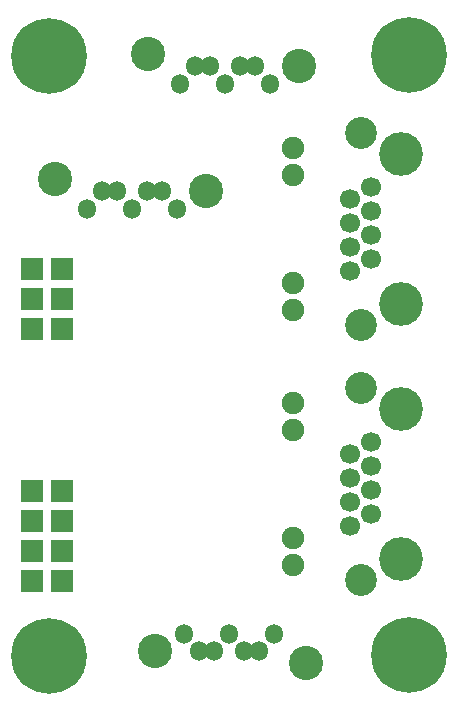
<source format=gbr>
G04 #@! TF.GenerationSoftware,KiCad,Pcbnew,(5.99.0-10394-g2e15de97e0)*
G04 #@! TF.CreationDate,2021-06-23T12:34:00+02:00*
G04 #@! TF.ProjectId,RFIQINT02A,52464951-494e-4543-9032-412e6b696361,REV*
G04 #@! TF.SameCoordinates,Original*
G04 #@! TF.FileFunction,Soldermask,Top*
G04 #@! TF.FilePolarity,Negative*
%FSLAX46Y46*%
G04 Gerber Fmt 4.6, Leading zero omitted, Abs format (unit mm)*
G04 Created by KiCad (PCBNEW (5.99.0-10394-g2e15de97e0)) date 2021-06-23 12:34:00*
%MOMM*%
%LPD*%
G01*
G04 APERTURE LIST*
G04 Aperture macros list*
%AMRoundRect*
0 Rectangle with rounded corners*
0 $1 Rounding radius*
0 $2 $3 $4 $5 $6 $7 $8 $9 X,Y pos of 4 corners*
0 Add a 4 corners polygon primitive as box body*
4,1,4,$2,$3,$4,$5,$6,$7,$8,$9,$2,$3,0*
0 Add four circle primitives for the rounded corners*
1,1,$1+$1,$2,$3*
1,1,$1+$1,$4,$5*
1,1,$1+$1,$6,$7*
1,1,$1+$1,$8,$9*
0 Add four rect primitives between the rounded corners*
20,1,$1+$1,$2,$3,$4,$5,0*
20,1,$1+$1,$4,$5,$6,$7,0*
20,1,$1+$1,$6,$7,$8,$9,0*
20,1,$1+$1,$8,$9,$2,$3,0*%
G04 Aperture macros list end*
%ADD10RoundRect,0.200000X-0.762000X-0.762000X0.762000X-0.762000X0.762000X0.762000X-0.762000X0.762000X0*%
%ADD11O,1.500000X1.700000*%
%ADD12C,2.900000*%
%ADD13C,3.700000*%
%ADD14C,1.700000*%
%ADD15C,1.900000*%
%ADD16C,2.700000*%
%ADD17C,6.400000*%
G04 APERTURE END LIST*
D10*
X3683000Y37739320D03*
X6223000Y37739320D03*
X3683000Y35199320D03*
X6223000Y35199320D03*
X3683000Y32659320D03*
X6223000Y32659320D03*
D11*
X23825200Y53465600D03*
X22555200Y54965600D03*
X21285200Y54965600D03*
X20015200Y53465600D03*
X18745200Y54965600D03*
X17475200Y54965600D03*
X16205200Y53465600D03*
D12*
X13455200Y55965600D03*
X26285200Y54965600D03*
D13*
X34925000Y34818320D03*
X34925000Y47518320D03*
D14*
X32385000Y44718320D03*
X30605000Y43698320D03*
X32385000Y42688320D03*
X30605000Y41668320D03*
X32385000Y40658320D03*
X30605000Y39638320D03*
X32385000Y38628320D03*
X30605000Y37608320D03*
D15*
X25785000Y48028320D03*
X25785000Y45738320D03*
X25785000Y36598320D03*
X25785000Y34308320D03*
D16*
X31495000Y33038320D03*
X31495000Y49298320D03*
D17*
X35560000Y55880000D03*
D13*
X34925000Y13228320D03*
X34925000Y25928320D03*
D14*
X32385000Y23128320D03*
X30605000Y22108320D03*
X32385000Y21098320D03*
X30605000Y20078320D03*
X32385000Y19068320D03*
X30605000Y18048320D03*
X32385000Y17038320D03*
X30605000Y16018320D03*
D15*
X25785000Y26438320D03*
X25785000Y24148320D03*
X25785000Y15008320D03*
X25785000Y12718320D03*
D16*
X31495000Y11448320D03*
X31495000Y27708320D03*
D11*
X15955000Y42843320D03*
X14685000Y44343320D03*
X13415000Y44343320D03*
X12145000Y42843320D03*
X10875000Y44343320D03*
X9605000Y44343320D03*
X8335000Y42843320D03*
D12*
X5585000Y45343320D03*
X18415000Y44343320D03*
D17*
X35560000Y5080000D03*
D11*
X16510000Y6878320D03*
X17780000Y5378320D03*
X19050000Y5378320D03*
X20320000Y6878320D03*
X21590000Y5378320D03*
X22860000Y5378320D03*
X24130000Y6878320D03*
D12*
X26880000Y4378320D03*
X14050000Y5378320D03*
D10*
X3683000Y18943320D03*
X6223000Y18943320D03*
X3683000Y16403320D03*
X6223000Y16403320D03*
X3683000Y13863320D03*
X6223000Y13863320D03*
X3683000Y11323320D03*
X6223000Y11323320D03*
D17*
X5080000Y4973320D03*
X5080000Y55773320D03*
M02*

</source>
